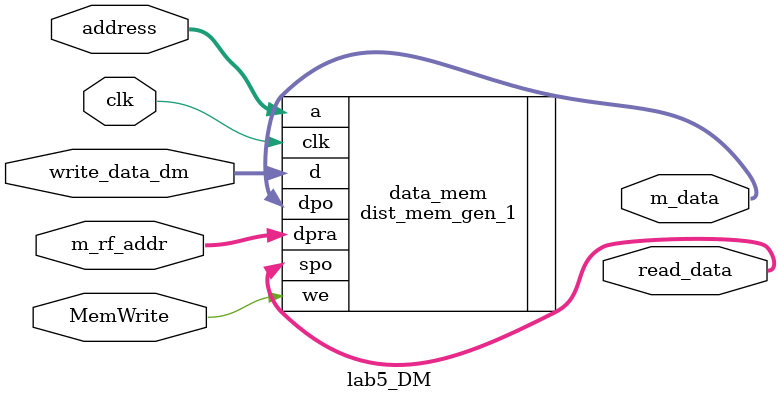
<source format=v>
module lab5_DM(
input clk,
input MemWrite,
input [31:0] write_data_dm,
input [7:0] address,
output [31:0] read_data,
output [31:0] m_data,//debug_bus
input  [7:0] m_rf_addr//debug_bus
);
dist_mem_gen_1 data_mem
 (
    .clk(clk),
    .a(address),
    .d(write_data_dm),
    .we(MemWrite),
    .spo(read_data),
    .dpra(m_rf_addr),
    .dpo(m_data)
);

endmodule
</source>
